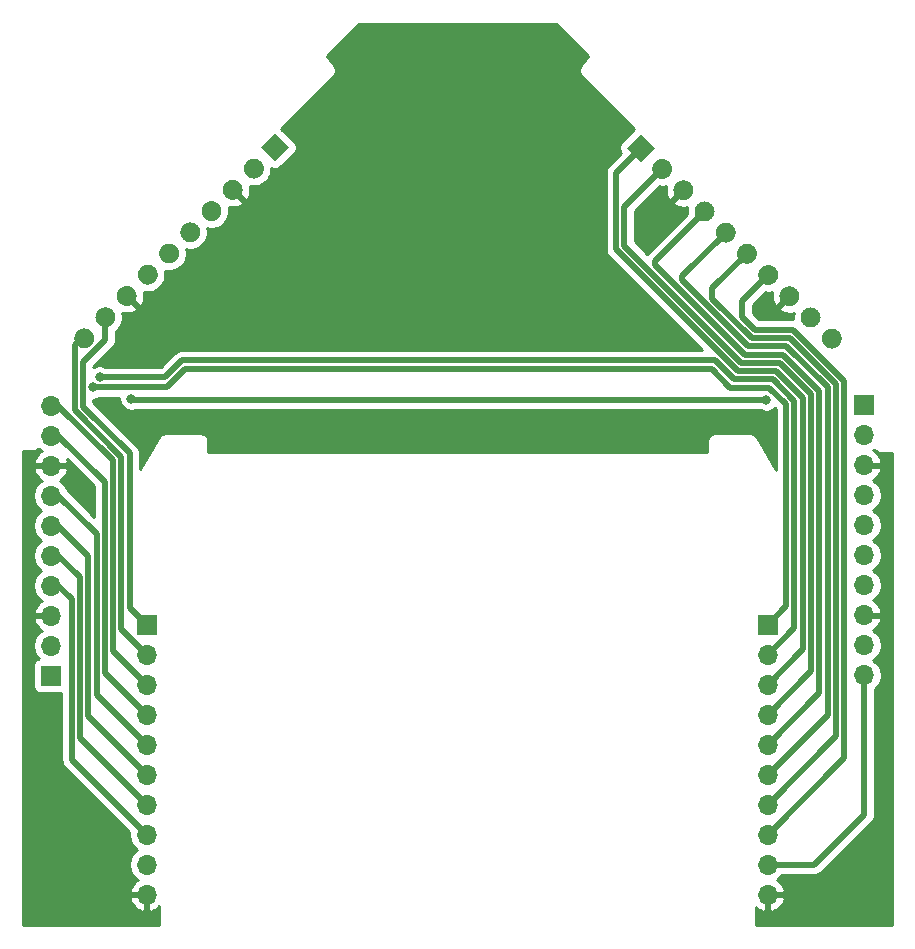
<source format=gbr>
%TF.GenerationSoftware,KiCad,Pcbnew,(5.1.8)-1*%
%TF.CreationDate,2021-12-10T09:03:27+01:00*%
%TF.ProjectId,FirePlaceFrontwall,46697265-506c-4616-9365-46726f6e7477,rev?*%
%TF.SameCoordinates,Original*%
%TF.FileFunction,Copper,L1,Top*%
%TF.FilePolarity,Positive*%
%FSLAX46Y46*%
G04 Gerber Fmt 4.6, Leading zero omitted, Abs format (unit mm)*
G04 Created by KiCad (PCBNEW (5.1.8)-1) date 2021-12-10 09:03:27*
%MOMM*%
%LPD*%
G01*
G04 APERTURE LIST*
%TA.AperFunction,ComponentPad*%
%ADD10C,0.100000*%
%TD*%
%TA.AperFunction,ComponentPad*%
%ADD11O,1.700000X1.700000*%
%TD*%
%TA.AperFunction,ComponentPad*%
%ADD12R,1.700000X1.700000*%
%TD*%
%TA.AperFunction,ViaPad*%
%ADD13C,0.800000*%
%TD*%
%TA.AperFunction,Conductor*%
%ADD14C,0.500000*%
%TD*%
%TA.AperFunction,Conductor*%
%ADD15C,0.254000*%
%TD*%
%TA.AperFunction,Conductor*%
%ADD16C,0.100000*%
%TD*%
G04 APERTURE END LIST*
%TO.P,K4,10*%
%TO.N,RUN*%
%TA.AperFunction,ComponentPad*%
G36*
G01*
X91194559Y-43450841D02*
X91194559Y-43450841D01*
G75*
G02*
X91194559Y-42248759I601041J601041D01*
G01*
X91194559Y-42248759D01*
G75*
G02*
X92396641Y-42248759I601041J-601041D01*
G01*
X92396641Y-42248759D01*
G75*
G02*
X92396641Y-43450841I-601041J-601041D01*
G01*
X92396641Y-43450841D01*
G75*
G02*
X91194559Y-43450841I-601041J601041D01*
G01*
G37*
%TD.AperFunction*%
%TO.P,K4,9*%
%TO.N,GPIO22*%
%TA.AperFunction,ComponentPad*%
G36*
G01*
X89398508Y-41654790D02*
X89398508Y-41654790D01*
G75*
G02*
X89398508Y-40452708I601041J601041D01*
G01*
X89398508Y-40452708D01*
G75*
G02*
X90600590Y-40452708I601041J-601041D01*
G01*
X90600590Y-40452708D01*
G75*
G02*
X90600590Y-41654790I-601041J-601041D01*
G01*
X90600590Y-41654790D01*
G75*
G02*
X89398508Y-41654790I-601041J601041D01*
G01*
G37*
%TD.AperFunction*%
%TO.P,K4,8*%
%TO.N,AGND*%
%TA.AperFunction,ComponentPad*%
G36*
G01*
X87602457Y-39858739D02*
X87602457Y-39858739D01*
G75*
G02*
X87602457Y-38656657I601041J601041D01*
G01*
X87602457Y-38656657D01*
G75*
G02*
X88804539Y-38656657I601041J-601041D01*
G01*
X88804539Y-38656657D01*
G75*
G02*
X88804539Y-39858739I-601041J-601041D01*
G01*
X88804539Y-39858739D01*
G75*
G02*
X87602457Y-39858739I-601041J601041D01*
G01*
G37*
%TD.AperFunction*%
%TO.P,K4,7*%
%TO.N,GPIO21*%
%TA.AperFunction,ComponentPad*%
G36*
G01*
X85806405Y-38062687D02*
X85806405Y-38062687D01*
G75*
G02*
X85806405Y-36860605I601041J601041D01*
G01*
X85806405Y-36860605D01*
G75*
G02*
X87008487Y-36860605I601041J-601041D01*
G01*
X87008487Y-36860605D01*
G75*
G02*
X87008487Y-38062687I-601041J-601041D01*
G01*
X87008487Y-38062687D01*
G75*
G02*
X85806405Y-38062687I-601041J601041D01*
G01*
G37*
%TD.AperFunction*%
%TO.P,K4,6*%
%TO.N,GPIO20*%
%TA.AperFunction,ComponentPad*%
G36*
G01*
X84010354Y-36266636D02*
X84010354Y-36266636D01*
G75*
G02*
X84010354Y-35064554I601041J601041D01*
G01*
X84010354Y-35064554D01*
G75*
G02*
X85212436Y-35064554I601041J-601041D01*
G01*
X85212436Y-35064554D01*
G75*
G02*
X85212436Y-36266636I-601041J-601041D01*
G01*
X85212436Y-36266636D01*
G75*
G02*
X84010354Y-36266636I-601041J601041D01*
G01*
G37*
%TD.AperFunction*%
%TO.P,K4,5*%
%TO.N,GPIO19*%
%TA.AperFunction,ComponentPad*%
G36*
G01*
X82214303Y-34470585D02*
X82214303Y-34470585D01*
G75*
G02*
X82214303Y-33268503I601041J601041D01*
G01*
X82214303Y-33268503D01*
G75*
G02*
X83416385Y-33268503I601041J-601041D01*
G01*
X83416385Y-33268503D01*
G75*
G02*
X83416385Y-34470585I-601041J-601041D01*
G01*
X83416385Y-34470585D01*
G75*
G02*
X82214303Y-34470585I-601041J601041D01*
G01*
G37*
%TD.AperFunction*%
%TO.P,K4,4*%
%TO.N,GPIO18*%
%TA.AperFunction,ComponentPad*%
G36*
G01*
X80418252Y-32674534D02*
X80418252Y-32674534D01*
G75*
G02*
X80418252Y-31472452I601041J601041D01*
G01*
X80418252Y-31472452D01*
G75*
G02*
X81620334Y-31472452I601041J-601041D01*
G01*
X81620334Y-31472452D01*
G75*
G02*
X81620334Y-32674534I-601041J-601041D01*
G01*
X81620334Y-32674534D01*
G75*
G02*
X80418252Y-32674534I-601041J601041D01*
G01*
G37*
%TD.AperFunction*%
%TO.P,K4,3*%
%TO.N,AGND*%
%TA.AperFunction,ComponentPad*%
G36*
G01*
X78622200Y-30878482D02*
X78622200Y-30878482D01*
G75*
G02*
X78622200Y-29676400I601041J601041D01*
G01*
X78622200Y-29676400D01*
G75*
G02*
X79824282Y-29676400I601041J-601041D01*
G01*
X79824282Y-29676400D01*
G75*
G02*
X79824282Y-30878482I-601041J-601041D01*
G01*
X79824282Y-30878482D01*
G75*
G02*
X78622200Y-30878482I-601041J601041D01*
G01*
G37*
%TD.AperFunction*%
%TO.P,K4,2*%
%TO.N,GPIO17*%
%TA.AperFunction,ComponentPad*%
G36*
G01*
X76826149Y-29082431D02*
X76826149Y-29082431D01*
G75*
G02*
X76826149Y-27880349I601041J601041D01*
G01*
X76826149Y-27880349D01*
G75*
G02*
X78028231Y-27880349I601041J-601041D01*
G01*
X78028231Y-27880349D01*
G75*
G02*
X78028231Y-29082431I-601041J-601041D01*
G01*
X78028231Y-29082431D01*
G75*
G02*
X76826149Y-29082431I-601041J601041D01*
G01*
G37*
%TD.AperFunction*%
%TA.AperFunction,ComponentPad*%
D10*
%TO.P,K4,1*%
%TO.N,GPIO16*%
G36*
X75631139Y-27887421D02*
G01*
X74429057Y-26685339D01*
X75631139Y-25483257D01*
X76833221Y-26685339D01*
X75631139Y-27887421D01*
G37*
%TD.AperFunction*%
%TD*%
D11*
%TO.P,K3,10*%
%TO.N,VBUS*%
X94538800Y-71348600D03*
%TO.P,K3,9*%
%TO.N,VSYS*%
X94538800Y-68808600D03*
%TO.P,K3,8*%
%TO.N,AGND*%
X94538800Y-66268600D03*
%TO.P,K3,7*%
%TO.N,3V3_EN*%
X94538800Y-63728600D03*
%TO.P,K3,6*%
%TO.N,3V3*%
X94538800Y-61188600D03*
%TO.P,K3,5*%
%TO.N,ADC_REF*%
X94538800Y-58648600D03*
%TO.P,K3,4*%
%TO.N,GPIO28_ADC2*%
X94538800Y-56108600D03*
%TO.P,K3,3*%
%TO.N,AGND*%
X94538800Y-53568600D03*
%TO.P,K3,2*%
%TO.N,GPIO27_ADC1*%
X94538800Y-51028600D03*
D12*
%TO.P,K3,1*%
%TO.N,GPIO26_ADC0*%
X94538800Y-48488600D03*
%TD*%
%TO.P,K2,10*%
%TO.N,C1*%
%TA.AperFunction,ComponentPad*%
G36*
G01*
X27897759Y-42223359D02*
X27897759Y-42223359D01*
G75*
G02*
X29099841Y-42223359I601041J-601041D01*
G01*
X29099841Y-42223359D01*
G75*
G02*
X29099841Y-43425441I-601041J-601041D01*
G01*
X29099841Y-43425441D01*
G75*
G02*
X27897759Y-43425441I-601041J601041D01*
G01*
X27897759Y-43425441D01*
G75*
G02*
X27897759Y-42223359I601041J601041D01*
G01*
G37*
%TD.AperFunction*%
%TO.P,K2,9*%
%TO.N,C0*%
%TA.AperFunction,ComponentPad*%
G36*
G01*
X29693810Y-40427308D02*
X29693810Y-40427308D01*
G75*
G02*
X30895892Y-40427308I601041J-601041D01*
G01*
X30895892Y-40427308D01*
G75*
G02*
X30895892Y-41629390I-601041J-601041D01*
G01*
X30895892Y-41629390D01*
G75*
G02*
X29693810Y-41629390I-601041J601041D01*
G01*
X29693810Y-41629390D01*
G75*
G02*
X29693810Y-40427308I601041J601041D01*
G01*
G37*
%TD.AperFunction*%
%TO.P,K2,8*%
%TO.N,AGND*%
%TA.AperFunction,ComponentPad*%
G36*
G01*
X31489861Y-38631257D02*
X31489861Y-38631257D01*
G75*
G02*
X32691943Y-38631257I601041J-601041D01*
G01*
X32691943Y-38631257D01*
G75*
G02*
X32691943Y-39833339I-601041J-601041D01*
G01*
X32691943Y-39833339D01*
G75*
G02*
X31489861Y-39833339I-601041J601041D01*
G01*
X31489861Y-39833339D01*
G75*
G02*
X31489861Y-38631257I601041J601041D01*
G01*
G37*
%TD.AperFunction*%
%TO.P,K2,7*%
%TO.N,GPIO13*%
%TA.AperFunction,ComponentPad*%
G36*
G01*
X33285913Y-36835205D02*
X33285913Y-36835205D01*
G75*
G02*
X34487995Y-36835205I601041J-601041D01*
G01*
X34487995Y-36835205D01*
G75*
G02*
X34487995Y-38037287I-601041J-601041D01*
G01*
X34487995Y-38037287D01*
G75*
G02*
X33285913Y-38037287I-601041J601041D01*
G01*
X33285913Y-38037287D01*
G75*
G02*
X33285913Y-36835205I601041J601041D01*
G01*
G37*
%TD.AperFunction*%
%TO.P,K2,6*%
%TO.N,GPIO12*%
%TA.AperFunction,ComponentPad*%
G36*
G01*
X35081964Y-35039154D02*
X35081964Y-35039154D01*
G75*
G02*
X36284046Y-35039154I601041J-601041D01*
G01*
X36284046Y-35039154D01*
G75*
G02*
X36284046Y-36241236I-601041J-601041D01*
G01*
X36284046Y-36241236D01*
G75*
G02*
X35081964Y-36241236I-601041J601041D01*
G01*
X35081964Y-36241236D01*
G75*
G02*
X35081964Y-35039154I601041J601041D01*
G01*
G37*
%TD.AperFunction*%
%TO.P,K2,5*%
%TO.N,GPIO11*%
%TA.AperFunction,ComponentPad*%
G36*
G01*
X36878015Y-33243103D02*
X36878015Y-33243103D01*
G75*
G02*
X38080097Y-33243103I601041J-601041D01*
G01*
X38080097Y-33243103D01*
G75*
G02*
X38080097Y-34445185I-601041J-601041D01*
G01*
X38080097Y-34445185D01*
G75*
G02*
X36878015Y-34445185I-601041J601041D01*
G01*
X36878015Y-34445185D01*
G75*
G02*
X36878015Y-33243103I601041J601041D01*
G01*
G37*
%TD.AperFunction*%
%TO.P,K2,4*%
%TO.N,GPIO10*%
%TA.AperFunction,ComponentPad*%
G36*
G01*
X38674066Y-31447052D02*
X38674066Y-31447052D01*
G75*
G02*
X39876148Y-31447052I601041J-601041D01*
G01*
X39876148Y-31447052D01*
G75*
G02*
X39876148Y-32649134I-601041J-601041D01*
G01*
X39876148Y-32649134D01*
G75*
G02*
X38674066Y-32649134I-601041J601041D01*
G01*
X38674066Y-32649134D01*
G75*
G02*
X38674066Y-31447052I601041J601041D01*
G01*
G37*
%TD.AperFunction*%
%TO.P,K2,3*%
%TO.N,AGND*%
%TA.AperFunction,ComponentPad*%
G36*
G01*
X40470118Y-29651000D02*
X40470118Y-29651000D01*
G75*
G02*
X41672200Y-29651000I601041J-601041D01*
G01*
X41672200Y-29651000D01*
G75*
G02*
X41672200Y-30853082I-601041J-601041D01*
G01*
X41672200Y-30853082D01*
G75*
G02*
X40470118Y-30853082I-601041J601041D01*
G01*
X40470118Y-30853082D01*
G75*
G02*
X40470118Y-29651000I601041J601041D01*
G01*
G37*
%TD.AperFunction*%
%TO.P,K2,2*%
%TO.N,GPIO9*%
%TA.AperFunction,ComponentPad*%
G36*
G01*
X42266169Y-27854949D02*
X42266169Y-27854949D01*
G75*
G02*
X43468251Y-27854949I601041J-601041D01*
G01*
X43468251Y-27854949D01*
G75*
G02*
X43468251Y-29057031I-601041J-601041D01*
G01*
X43468251Y-29057031D01*
G75*
G02*
X42266169Y-29057031I-601041J601041D01*
G01*
X42266169Y-29057031D01*
G75*
G02*
X42266169Y-27854949I601041J601041D01*
G01*
G37*
%TD.AperFunction*%
%TA.AperFunction,ComponentPad*%
D10*
%TO.P,K2,1*%
%TO.N,GPIO8*%
G36*
X43461179Y-26659939D02*
G01*
X44663261Y-25457857D01*
X45865343Y-26659939D01*
X44663261Y-27862021D01*
X43461179Y-26659939D01*
G37*
%TD.AperFunction*%
%TD*%
D11*
%TO.P,K1,10*%
%TO.N,C2*%
X25654000Y-48515000D03*
%TO.P,K1,9*%
%TO.N,C3*%
X25654000Y-51055000D03*
%TO.P,K1,8*%
%TO.N,AGND*%
X25654000Y-53595000D03*
%TO.P,K1,7*%
%TO.N,C4*%
X25654000Y-56135000D03*
%TO.P,K1,6*%
%TO.N,C5*%
X25654000Y-58675000D03*
%TO.P,K1,5*%
%TO.N,C6*%
X25654000Y-61215000D03*
%TO.P,K1,4*%
%TO.N,C7*%
X25654000Y-63755000D03*
%TO.P,K1,3*%
%TO.N,AGND*%
X25654000Y-66295000D03*
%TO.P,K1,2*%
%TO.N,GPIO1*%
X25654000Y-68835000D03*
D12*
%TO.P,K1,1*%
%TO.N,GPIO0*%
X25654000Y-71375000D03*
%TD*%
D11*
%TO.P,K6,10*%
%TO.N,AGND*%
X86360000Y-89916000D03*
%TO.P,K6,9*%
%TO.N,VBUS*%
X86360000Y-87376000D03*
%TO.P,K6,8*%
%TO.N,GPIO21*%
X86360000Y-84836000D03*
%TO.P,K6,7*%
%TO.N,GPIO20*%
X86360000Y-82296000D03*
%TO.P,K6,6*%
%TO.N,GPIO19*%
X86360000Y-79756000D03*
%TO.P,K6,5*%
%TO.N,GPIO18*%
X86360000Y-77216000D03*
%TO.P,K6,4*%
%TO.N,GPIO17*%
X86360000Y-74676000D03*
%TO.P,K6,3*%
%TO.N,GPIO16*%
X86360000Y-72136000D03*
%TO.P,K6,2*%
%TO.N,GPIO0*%
X86360000Y-69596000D03*
D12*
%TO.P,K6,1*%
%TO.N,GPIO1*%
X86360000Y-67056000D03*
%TD*%
D11*
%TO.P,K5,10*%
%TO.N,AGND*%
X33782000Y-89916000D03*
%TO.P,K5,9*%
%TO.N,VBUS*%
X33782000Y-87376000D03*
%TO.P,K5,8*%
%TO.N,C7*%
X33782000Y-84836000D03*
%TO.P,K5,7*%
%TO.N,C6*%
X33782000Y-82296000D03*
%TO.P,K5,6*%
%TO.N,C5*%
X33782000Y-79756000D03*
%TO.P,K5,5*%
%TO.N,C4*%
X33782000Y-77216000D03*
%TO.P,K5,4*%
%TO.N,C3*%
X33782000Y-74676000D03*
%TO.P,K5,3*%
%TO.N,C2*%
X33782000Y-72136000D03*
%TO.P,K5,2*%
%TO.N,C1*%
X33782000Y-69596000D03*
D12*
%TO.P,K5,1*%
%TO.N,C0*%
X33782000Y-67056000D03*
%TD*%
D13*
%TO.N,AGND*%
X39522400Y-52070000D03*
X41910000Y-52070000D03*
X43180000Y-52070000D03*
X44450000Y-52070000D03*
X45720000Y-52070000D03*
X46990000Y-52070000D03*
X40640000Y-52070000D03*
X48260000Y-52070000D03*
X49530000Y-52070000D03*
X50800000Y-52070000D03*
X52070000Y-52070000D03*
X53340000Y-52070000D03*
X54610000Y-52070000D03*
X55880000Y-52070000D03*
X57150000Y-52070000D03*
X58420000Y-52070000D03*
X59690000Y-52070000D03*
X60960000Y-52070000D03*
X62230000Y-52070000D03*
X63500000Y-52070000D03*
X64770000Y-52070000D03*
X66040000Y-52070000D03*
X67310000Y-52070000D03*
X68580000Y-52070000D03*
X69850000Y-52070000D03*
X71120000Y-52070000D03*
X72390000Y-52070000D03*
X73660000Y-52070000D03*
X74930000Y-52070000D03*
X76200000Y-52070000D03*
X77470000Y-52070000D03*
X78740000Y-52070000D03*
X80010000Y-52070000D03*
%TO.N,VBUS*%
X32486600Y-47929800D03*
X86258400Y-48006000D03*
%TO.N,GPIO1*%
X29236010Y-46976400D03*
%TO.N,GPIO0*%
X29806900Y-46126400D03*
%TD*%
D14*
%TO.N,C7*%
X27449301Y-64888901D02*
X27449301Y-78503301D01*
X27449301Y-78503301D02*
X33782000Y-84836000D01*
X26149300Y-63588900D02*
X27449301Y-64888901D01*
%TO.N,C6*%
X28149311Y-76663311D02*
X33782000Y-82296000D01*
X28149311Y-63048911D02*
X28149311Y-76663311D01*
X26149300Y-61048900D02*
X28149311Y-63048911D01*
%TO.N,C5*%
X28849321Y-61208921D02*
X28849321Y-74823321D01*
X28849321Y-74823321D02*
X33782000Y-79756000D01*
X26149300Y-58508900D02*
X28849321Y-61208921D01*
%TO.N,C4*%
X29549331Y-72983331D02*
X33782000Y-77216000D01*
X29549331Y-59368931D02*
X29549331Y-72983331D01*
X26149300Y-55968900D02*
X29549331Y-59368931D01*
%TO.N,C3*%
X30249341Y-71143341D02*
X33782000Y-74676000D01*
X30249341Y-54988941D02*
X30249341Y-71143341D01*
X26149300Y-50888900D02*
X30249341Y-54988941D01*
%TO.N,C2*%
X30949351Y-69303351D02*
X33782000Y-72136000D01*
X30949351Y-53148951D02*
X30949351Y-69303351D01*
X26149300Y-48348900D02*
X30949351Y-53148951D01*
%TO.N,C1*%
X31649361Y-52858999D02*
X31649361Y-67463361D01*
X27686000Y-48895638D02*
X31649361Y-52858999D01*
X27686000Y-43423025D02*
X27686000Y-48895638D01*
X31649361Y-67463361D02*
X33782000Y-69596000D01*
X28284625Y-42824400D02*
X27686000Y-43423025D01*
X28498800Y-42824400D02*
X28284625Y-42824400D01*
%TO.N,C0*%
X32349371Y-52569046D02*
X28386010Y-48605686D01*
X32349371Y-65623371D02*
X32349371Y-52569046D01*
X33782000Y-67056000D02*
X32349371Y-65623371D01*
X30294851Y-42952351D02*
X30294851Y-41028349D01*
X28386010Y-44861192D02*
X30294851Y-42952351D01*
X28386010Y-48605686D02*
X28386010Y-44861192D01*
%TO.N,AGND*%
X32246389Y-39852600D02*
X32294435Y-39852600D01*
%TO.N,VBUS*%
X86258400Y-48006000D02*
X32562800Y-48006000D01*
X32562800Y-48006000D02*
X32486600Y-47929800D01*
X94538800Y-71348600D02*
X94538800Y-83159600D01*
X90322400Y-87376000D02*
X86360000Y-87376000D01*
X94538800Y-83159600D02*
X90322400Y-87376000D01*
%TO.N,GPIO21*%
X92832399Y-78363601D02*
X86360000Y-84836000D01*
X92832399Y-46392256D02*
X88530073Y-42089930D01*
X92832399Y-48036001D02*
X92832399Y-46392256D01*
X92832399Y-78363601D02*
X92832399Y-48036001D01*
X88530073Y-42089930D02*
X85292140Y-42089930D01*
X85292140Y-42089930D02*
X84226400Y-41024190D01*
X84226400Y-39642692D02*
X86407446Y-37461646D01*
X84226400Y-41024190D02*
X84226400Y-39642692D01*
%TO.N,GPIO20*%
X86360000Y-82296000D02*
X92132389Y-76523611D01*
X92132389Y-76523611D02*
X92132389Y-63785989D01*
X92132389Y-63785989D02*
X92132389Y-62871111D01*
X81686400Y-38590590D02*
X84611395Y-35665595D01*
X81686400Y-39474152D02*
X81686400Y-38590590D01*
X85002188Y-42789940D02*
X81686400Y-39474152D01*
X92132389Y-46682209D02*
X88240120Y-42789940D01*
X88240120Y-42789940D02*
X85002188Y-42789940D01*
X92132389Y-63785989D02*
X92132389Y-46682209D01*
%TO.N,GPIO19*%
X91432379Y-74683621D02*
X86360000Y-79756000D01*
X91432379Y-63847979D02*
X91432379Y-74683621D01*
X91432379Y-61031121D02*
X91432379Y-63847979D01*
X79107343Y-37577545D02*
X82815344Y-33869544D01*
X79107343Y-37885057D02*
X79107343Y-37577545D01*
X84712236Y-43489950D02*
X79107343Y-37885057D01*
X87950167Y-43489950D02*
X84712236Y-43489950D01*
X91432379Y-46972162D02*
X87950167Y-43489950D01*
X91432379Y-63847979D02*
X91432379Y-46972162D01*
%TO.N,GPIO18*%
X86360000Y-77216000D02*
X90732369Y-72843631D01*
X90732369Y-72843631D02*
X90732369Y-59591969D01*
X90732369Y-59591969D02*
X90732369Y-59191131D01*
X76860400Y-36232386D02*
X81019293Y-32073493D01*
X76860400Y-36628076D02*
X76860400Y-36232386D01*
X84422284Y-44189960D02*
X76860400Y-36628076D01*
X87660214Y-44189960D02*
X84422284Y-44189960D01*
X90732369Y-47262115D02*
X87660214Y-44189960D01*
X90732369Y-59591969D02*
X90732369Y-47262115D01*
%TO.N,GPIO17*%
X74226342Y-31682238D02*
X77427190Y-28481390D01*
X84132332Y-44889970D02*
X74226342Y-34983980D01*
X87370261Y-44889970D02*
X84132332Y-44889970D01*
X90032359Y-47552068D02*
X87370261Y-44889970D01*
X90032359Y-71003641D02*
X90032359Y-47552068D01*
X74226342Y-34983980D02*
X74226342Y-31682238D01*
X86360000Y-74676000D02*
X90032359Y-71003641D01*
%TO.N,GPIO16*%
X73526332Y-28790146D02*
X75631139Y-26685339D01*
X73526332Y-35273932D02*
X73526332Y-28790146D01*
X83842380Y-45589980D02*
X73526332Y-35273932D01*
X87080308Y-45589980D02*
X83842380Y-45589980D01*
X89332349Y-69163651D02*
X89332349Y-47842021D01*
X89332349Y-47842021D02*
X87080308Y-45589980D01*
X86360000Y-72136000D02*
X89332349Y-69163651D01*
%TO.N,GPIO1*%
X35484700Y-46976400D02*
X29236010Y-46976400D01*
X37069790Y-45391310D02*
X35484700Y-46976400D01*
X81611710Y-45391310D02*
X37069790Y-45391310D01*
X86500402Y-46990000D02*
X83210400Y-46990000D01*
X87932329Y-48421927D02*
X86500402Y-46990000D01*
X83210400Y-46990000D02*
X81611710Y-45391310D01*
X87932329Y-65483671D02*
X87932329Y-48421927D01*
X86360000Y-67056000D02*
X87932329Y-65483671D01*
%TO.N,GPIO0*%
X36779838Y-44691300D02*
X35344739Y-46126399D01*
X35344739Y-46126399D02*
X29806900Y-46126400D01*
X81901662Y-44691300D02*
X36779838Y-44691300D01*
X86790355Y-46289990D02*
X83500352Y-46289990D01*
X88632339Y-48131974D02*
X86790355Y-46289990D01*
X83500352Y-46289990D02*
X81901662Y-44691300D01*
X88632339Y-67323661D02*
X88632339Y-48131974D01*
X86360000Y-69596000D02*
X88632339Y-67323661D01*
%TD*%
D15*
%TO.N,AGND*%
X24707368Y-52208475D02*
X24889534Y-52330195D01*
X24772645Y-52399822D01*
X24556412Y-52594731D01*
X24382359Y-52828080D01*
X24257175Y-53090901D01*
X24212524Y-53238110D01*
X24333845Y-53468000D01*
X25527000Y-53468000D01*
X25527000Y-53448000D01*
X25781000Y-53448000D01*
X25781000Y-53468000D01*
X26974155Y-53468000D01*
X27095476Y-53238110D01*
X27050825Y-53090901D01*
X27006351Y-52997530D01*
X29364341Y-55355520D01*
X29364341Y-57932362D01*
X27045242Y-55613264D01*
X26969990Y-55431589D01*
X26807475Y-55188368D01*
X26600632Y-54981525D01*
X26418466Y-54859805D01*
X26535355Y-54790178D01*
X26751588Y-54595269D01*
X26925641Y-54361920D01*
X27050825Y-54099099D01*
X27095476Y-53951890D01*
X26974155Y-53722000D01*
X25781000Y-53722000D01*
X25781000Y-53742000D01*
X25527000Y-53742000D01*
X25527000Y-53722000D01*
X24333845Y-53722000D01*
X24212524Y-53951890D01*
X24257175Y-54099099D01*
X24382359Y-54361920D01*
X24556412Y-54595269D01*
X24772645Y-54790178D01*
X24889534Y-54859805D01*
X24707368Y-54981525D01*
X24500525Y-55188368D01*
X24338010Y-55431589D01*
X24226068Y-55701842D01*
X24169000Y-55988740D01*
X24169000Y-56281260D01*
X24226068Y-56568158D01*
X24338010Y-56838411D01*
X24500525Y-57081632D01*
X24707368Y-57288475D01*
X24881760Y-57405000D01*
X24707368Y-57521525D01*
X24500525Y-57728368D01*
X24338010Y-57971589D01*
X24226068Y-58241842D01*
X24169000Y-58528740D01*
X24169000Y-58821260D01*
X24226068Y-59108158D01*
X24338010Y-59378411D01*
X24500525Y-59621632D01*
X24707368Y-59828475D01*
X24881760Y-59945000D01*
X24707368Y-60061525D01*
X24500525Y-60268368D01*
X24338010Y-60511589D01*
X24226068Y-60781842D01*
X24169000Y-61068740D01*
X24169000Y-61361260D01*
X24226068Y-61648158D01*
X24338010Y-61918411D01*
X24500525Y-62161632D01*
X24707368Y-62368475D01*
X24881760Y-62485000D01*
X24707368Y-62601525D01*
X24500525Y-62808368D01*
X24338010Y-63051589D01*
X24226068Y-63321842D01*
X24169000Y-63608740D01*
X24169000Y-63901260D01*
X24226068Y-64188158D01*
X24338010Y-64458411D01*
X24500525Y-64701632D01*
X24707368Y-64908475D01*
X24889534Y-65030195D01*
X24772645Y-65099822D01*
X24556412Y-65294731D01*
X24382359Y-65528080D01*
X24257175Y-65790901D01*
X24212524Y-65938110D01*
X24333845Y-66168000D01*
X25527000Y-66168000D01*
X25527000Y-66148000D01*
X25781000Y-66148000D01*
X25781000Y-66168000D01*
X25801000Y-66168000D01*
X25801000Y-66422000D01*
X25781000Y-66422000D01*
X25781000Y-66442000D01*
X25527000Y-66442000D01*
X25527000Y-66422000D01*
X24333845Y-66422000D01*
X24212524Y-66651890D01*
X24257175Y-66799099D01*
X24382359Y-67061920D01*
X24556412Y-67295269D01*
X24772645Y-67490178D01*
X24889534Y-67559805D01*
X24707368Y-67681525D01*
X24500525Y-67888368D01*
X24338010Y-68131589D01*
X24226068Y-68401842D01*
X24169000Y-68688740D01*
X24169000Y-68981260D01*
X24226068Y-69268158D01*
X24338010Y-69538411D01*
X24500525Y-69781632D01*
X24632380Y-69913487D01*
X24559820Y-69935498D01*
X24449506Y-69994463D01*
X24352815Y-70073815D01*
X24273463Y-70170506D01*
X24214498Y-70280820D01*
X24178188Y-70400518D01*
X24165928Y-70525000D01*
X24165928Y-72225000D01*
X24178188Y-72349482D01*
X24214498Y-72469180D01*
X24273463Y-72579494D01*
X24352815Y-72676185D01*
X24449506Y-72755537D01*
X24559820Y-72814502D01*
X24679518Y-72850812D01*
X24804000Y-72863072D01*
X26504000Y-72863072D01*
X26564302Y-72857133D01*
X26564302Y-78459822D01*
X26560020Y-78503301D01*
X26577106Y-78676791D01*
X26627713Y-78843614D01*
X26709891Y-78997360D01*
X26792769Y-79098347D01*
X26792772Y-79098350D01*
X26820485Y-79132118D01*
X26854253Y-79159831D01*
X32311461Y-84617040D01*
X32297000Y-84689740D01*
X32297000Y-84982260D01*
X32354068Y-85269158D01*
X32466010Y-85539411D01*
X32628525Y-85782632D01*
X32835368Y-85989475D01*
X33009760Y-86106000D01*
X32835368Y-86222525D01*
X32628525Y-86429368D01*
X32466010Y-86672589D01*
X32354068Y-86942842D01*
X32297000Y-87229740D01*
X32297000Y-87522260D01*
X32354068Y-87809158D01*
X32466010Y-88079411D01*
X32628525Y-88322632D01*
X32835368Y-88529475D01*
X33017534Y-88651195D01*
X32900645Y-88720822D01*
X32684412Y-88915731D01*
X32510359Y-89149080D01*
X32385175Y-89411901D01*
X32340524Y-89559110D01*
X32461845Y-89789000D01*
X33655000Y-89789000D01*
X33655000Y-89769000D01*
X33909000Y-89769000D01*
X33909000Y-89789000D01*
X33929000Y-89789000D01*
X33929000Y-90043000D01*
X33909000Y-90043000D01*
X33909000Y-91236814D01*
X34138891Y-91357481D01*
X34413252Y-91260157D01*
X34663355Y-91111178D01*
X34871093Y-90923927D01*
X34871006Y-91581840D01*
X34871000Y-91581896D01*
X34871000Y-91623610D01*
X34870996Y-91654007D01*
X34871000Y-91654048D01*
X34871001Y-92483000D01*
X23341000Y-92483000D01*
X23341000Y-90272890D01*
X32340524Y-90272890D01*
X32385175Y-90420099D01*
X32510359Y-90682920D01*
X32684412Y-90916269D01*
X32900645Y-91111178D01*
X33150748Y-91260157D01*
X33425109Y-91357481D01*
X33655000Y-91236814D01*
X33655000Y-90043000D01*
X32461845Y-90043000D01*
X32340524Y-90272890D01*
X23341000Y-90272890D01*
X23341000Y-52353000D01*
X24169895Y-52353000D01*
X24206000Y-52356556D01*
X24242105Y-52353000D01*
X24350085Y-52342365D01*
X24488633Y-52300337D01*
X24616320Y-52232087D01*
X24679296Y-52180403D01*
X24707368Y-52208475D01*
%TA.AperFunction,Conductor*%
D16*
G36*
X24707368Y-52208475D02*
G01*
X24889534Y-52330195D01*
X24772645Y-52399822D01*
X24556412Y-52594731D01*
X24382359Y-52828080D01*
X24257175Y-53090901D01*
X24212524Y-53238110D01*
X24333845Y-53468000D01*
X25527000Y-53468000D01*
X25527000Y-53448000D01*
X25781000Y-53448000D01*
X25781000Y-53468000D01*
X26974155Y-53468000D01*
X27095476Y-53238110D01*
X27050825Y-53090901D01*
X27006351Y-52997530D01*
X29364341Y-55355520D01*
X29364341Y-57932362D01*
X27045242Y-55613264D01*
X26969990Y-55431589D01*
X26807475Y-55188368D01*
X26600632Y-54981525D01*
X26418466Y-54859805D01*
X26535355Y-54790178D01*
X26751588Y-54595269D01*
X26925641Y-54361920D01*
X27050825Y-54099099D01*
X27095476Y-53951890D01*
X26974155Y-53722000D01*
X25781000Y-53722000D01*
X25781000Y-53742000D01*
X25527000Y-53742000D01*
X25527000Y-53722000D01*
X24333845Y-53722000D01*
X24212524Y-53951890D01*
X24257175Y-54099099D01*
X24382359Y-54361920D01*
X24556412Y-54595269D01*
X24772645Y-54790178D01*
X24889534Y-54859805D01*
X24707368Y-54981525D01*
X24500525Y-55188368D01*
X24338010Y-55431589D01*
X24226068Y-55701842D01*
X24169000Y-55988740D01*
X24169000Y-56281260D01*
X24226068Y-56568158D01*
X24338010Y-56838411D01*
X24500525Y-57081632D01*
X24707368Y-57288475D01*
X24881760Y-57405000D01*
X24707368Y-57521525D01*
X24500525Y-57728368D01*
X24338010Y-57971589D01*
X24226068Y-58241842D01*
X24169000Y-58528740D01*
X24169000Y-58821260D01*
X24226068Y-59108158D01*
X24338010Y-59378411D01*
X24500525Y-59621632D01*
X24707368Y-59828475D01*
X24881760Y-59945000D01*
X24707368Y-60061525D01*
X24500525Y-60268368D01*
X24338010Y-60511589D01*
X24226068Y-60781842D01*
X24169000Y-61068740D01*
X24169000Y-61361260D01*
X24226068Y-61648158D01*
X24338010Y-61918411D01*
X24500525Y-62161632D01*
X24707368Y-62368475D01*
X24881760Y-62485000D01*
X24707368Y-62601525D01*
X24500525Y-62808368D01*
X24338010Y-63051589D01*
X24226068Y-63321842D01*
X24169000Y-63608740D01*
X24169000Y-63901260D01*
X24226068Y-64188158D01*
X24338010Y-64458411D01*
X24500525Y-64701632D01*
X24707368Y-64908475D01*
X24889534Y-65030195D01*
X24772645Y-65099822D01*
X24556412Y-65294731D01*
X24382359Y-65528080D01*
X24257175Y-65790901D01*
X24212524Y-65938110D01*
X24333845Y-66168000D01*
X25527000Y-66168000D01*
X25527000Y-66148000D01*
X25781000Y-66148000D01*
X25781000Y-66168000D01*
X25801000Y-66168000D01*
X25801000Y-66422000D01*
X25781000Y-66422000D01*
X25781000Y-66442000D01*
X25527000Y-66442000D01*
X25527000Y-66422000D01*
X24333845Y-66422000D01*
X24212524Y-66651890D01*
X24257175Y-66799099D01*
X24382359Y-67061920D01*
X24556412Y-67295269D01*
X24772645Y-67490178D01*
X24889534Y-67559805D01*
X24707368Y-67681525D01*
X24500525Y-67888368D01*
X24338010Y-68131589D01*
X24226068Y-68401842D01*
X24169000Y-68688740D01*
X24169000Y-68981260D01*
X24226068Y-69268158D01*
X24338010Y-69538411D01*
X24500525Y-69781632D01*
X24632380Y-69913487D01*
X24559820Y-69935498D01*
X24449506Y-69994463D01*
X24352815Y-70073815D01*
X24273463Y-70170506D01*
X24214498Y-70280820D01*
X24178188Y-70400518D01*
X24165928Y-70525000D01*
X24165928Y-72225000D01*
X24178188Y-72349482D01*
X24214498Y-72469180D01*
X24273463Y-72579494D01*
X24352815Y-72676185D01*
X24449506Y-72755537D01*
X24559820Y-72814502D01*
X24679518Y-72850812D01*
X24804000Y-72863072D01*
X26504000Y-72863072D01*
X26564302Y-72857133D01*
X26564302Y-78459822D01*
X26560020Y-78503301D01*
X26577106Y-78676791D01*
X26627713Y-78843614D01*
X26709891Y-78997360D01*
X26792769Y-79098347D01*
X26792772Y-79098350D01*
X26820485Y-79132118D01*
X26854253Y-79159831D01*
X32311461Y-84617040D01*
X32297000Y-84689740D01*
X32297000Y-84982260D01*
X32354068Y-85269158D01*
X32466010Y-85539411D01*
X32628525Y-85782632D01*
X32835368Y-85989475D01*
X33009760Y-86106000D01*
X32835368Y-86222525D01*
X32628525Y-86429368D01*
X32466010Y-86672589D01*
X32354068Y-86942842D01*
X32297000Y-87229740D01*
X32297000Y-87522260D01*
X32354068Y-87809158D01*
X32466010Y-88079411D01*
X32628525Y-88322632D01*
X32835368Y-88529475D01*
X33017534Y-88651195D01*
X32900645Y-88720822D01*
X32684412Y-88915731D01*
X32510359Y-89149080D01*
X32385175Y-89411901D01*
X32340524Y-89559110D01*
X32461845Y-89789000D01*
X33655000Y-89789000D01*
X33655000Y-89769000D01*
X33909000Y-89769000D01*
X33909000Y-89789000D01*
X33929000Y-89789000D01*
X33929000Y-90043000D01*
X33909000Y-90043000D01*
X33909000Y-91236814D01*
X34138891Y-91357481D01*
X34413252Y-91260157D01*
X34663355Y-91111178D01*
X34871093Y-90923927D01*
X34871006Y-91581840D01*
X34871000Y-91581896D01*
X34871000Y-91623610D01*
X34870996Y-91654007D01*
X34871000Y-91654048D01*
X34871001Y-92483000D01*
X23341000Y-92483000D01*
X23341000Y-90272890D01*
X32340524Y-90272890D01*
X32385175Y-90420099D01*
X32510359Y-90682920D01*
X32684412Y-90916269D01*
X32900645Y-91111178D01*
X33150748Y-91260157D01*
X33425109Y-91357481D01*
X33655000Y-91236814D01*
X33655000Y-90043000D01*
X32461845Y-90043000D01*
X32340524Y-90272890D01*
X23341000Y-90272890D01*
X23341000Y-52353000D01*
X24169895Y-52353000D01*
X24206000Y-52356556D01*
X24242105Y-52353000D01*
X24350085Y-52342365D01*
X24488633Y-52300337D01*
X24616320Y-52232087D01*
X24679296Y-52180403D01*
X24707368Y-52208475D01*
G37*
%TD.AperFunction*%
D15*
X95445171Y-52283903D02*
X95489515Y-52337989D01*
X95489646Y-52338097D01*
X95489762Y-52338238D01*
X95546987Y-52385202D01*
X95601389Y-52429892D01*
X95601542Y-52429974D01*
X95601680Y-52430087D01*
X95666715Y-52464849D01*
X95729044Y-52498202D01*
X95729207Y-52498252D01*
X95729367Y-52498337D01*
X95800203Y-52519825D01*
X95867572Y-52540296D01*
X95867743Y-52540313D01*
X95867915Y-52540365D01*
X95941440Y-52547607D01*
X96011650Y-52554555D01*
X96047923Y-52551000D01*
X96872100Y-52551000D01*
X96870999Y-91654084D01*
X96871001Y-91654104D01*
X96871000Y-92483000D01*
X85341000Y-92483000D01*
X85341000Y-91618131D01*
X85341466Y-90987527D01*
X85478645Y-91111178D01*
X85728748Y-91260157D01*
X86003109Y-91357481D01*
X86233000Y-91236814D01*
X86233000Y-90043000D01*
X86487000Y-90043000D01*
X86487000Y-91236814D01*
X86716891Y-91357481D01*
X86991252Y-91260157D01*
X87241355Y-91111178D01*
X87457588Y-90916269D01*
X87631641Y-90682920D01*
X87756825Y-90420099D01*
X87801476Y-90272890D01*
X87680155Y-90043000D01*
X86487000Y-90043000D01*
X86233000Y-90043000D01*
X86213000Y-90043000D01*
X86213000Y-89789000D01*
X86233000Y-89789000D01*
X86233000Y-89769000D01*
X86487000Y-89769000D01*
X86487000Y-89789000D01*
X87680155Y-89789000D01*
X87801476Y-89559110D01*
X87756825Y-89411901D01*
X87631641Y-89149080D01*
X87457588Y-88915731D01*
X87241355Y-88720822D01*
X87124466Y-88651195D01*
X87306632Y-88529475D01*
X87513475Y-88322632D01*
X87554656Y-88261000D01*
X90278931Y-88261000D01*
X90322400Y-88265281D01*
X90365869Y-88261000D01*
X90365877Y-88261000D01*
X90495890Y-88248195D01*
X90662713Y-88197589D01*
X90816459Y-88115411D01*
X90951217Y-88004817D01*
X90978934Y-87971044D01*
X95133849Y-83816130D01*
X95167617Y-83788417D01*
X95278211Y-83653659D01*
X95360389Y-83499913D01*
X95410995Y-83333090D01*
X95423800Y-83203077D01*
X95423800Y-83203067D01*
X95428081Y-83159601D01*
X95423800Y-83116134D01*
X95423800Y-72543256D01*
X95485432Y-72502075D01*
X95692275Y-72295232D01*
X95854790Y-72052011D01*
X95966732Y-71781758D01*
X96023800Y-71494860D01*
X96023800Y-71202340D01*
X95966732Y-70915442D01*
X95854790Y-70645189D01*
X95692275Y-70401968D01*
X95485432Y-70195125D01*
X95311040Y-70078600D01*
X95485432Y-69962075D01*
X95692275Y-69755232D01*
X95854790Y-69512011D01*
X95966732Y-69241758D01*
X96023800Y-68954860D01*
X96023800Y-68662340D01*
X95966732Y-68375442D01*
X95854790Y-68105189D01*
X95692275Y-67861968D01*
X95485432Y-67655125D01*
X95303266Y-67533405D01*
X95420155Y-67463778D01*
X95636388Y-67268869D01*
X95810441Y-67035520D01*
X95935625Y-66772699D01*
X95980276Y-66625490D01*
X95858955Y-66395600D01*
X94665800Y-66395600D01*
X94665800Y-66415600D01*
X94411800Y-66415600D01*
X94411800Y-66395600D01*
X94391800Y-66395600D01*
X94391800Y-66141600D01*
X94411800Y-66141600D01*
X94411800Y-66121600D01*
X94665800Y-66121600D01*
X94665800Y-66141600D01*
X95858955Y-66141600D01*
X95980276Y-65911710D01*
X95935625Y-65764501D01*
X95810441Y-65501680D01*
X95636388Y-65268331D01*
X95420155Y-65073422D01*
X95303266Y-65003795D01*
X95485432Y-64882075D01*
X95692275Y-64675232D01*
X95854790Y-64432011D01*
X95966732Y-64161758D01*
X96023800Y-63874860D01*
X96023800Y-63582340D01*
X95966732Y-63295442D01*
X95854790Y-63025189D01*
X95692275Y-62781968D01*
X95485432Y-62575125D01*
X95311040Y-62458600D01*
X95485432Y-62342075D01*
X95692275Y-62135232D01*
X95854790Y-61892011D01*
X95966732Y-61621758D01*
X96023800Y-61334860D01*
X96023800Y-61042340D01*
X95966732Y-60755442D01*
X95854790Y-60485189D01*
X95692275Y-60241968D01*
X95485432Y-60035125D01*
X95311040Y-59918600D01*
X95485432Y-59802075D01*
X95692275Y-59595232D01*
X95854790Y-59352011D01*
X95966732Y-59081758D01*
X96023800Y-58794860D01*
X96023800Y-58502340D01*
X95966732Y-58215442D01*
X95854790Y-57945189D01*
X95692275Y-57701968D01*
X95485432Y-57495125D01*
X95311040Y-57378600D01*
X95485432Y-57262075D01*
X95692275Y-57055232D01*
X95854790Y-56812011D01*
X95966732Y-56541758D01*
X96023800Y-56254860D01*
X96023800Y-55962340D01*
X95966732Y-55675442D01*
X95854790Y-55405189D01*
X95692275Y-55161968D01*
X95485432Y-54955125D01*
X95303266Y-54833405D01*
X95420155Y-54763778D01*
X95636388Y-54568869D01*
X95810441Y-54335520D01*
X95935625Y-54072699D01*
X95980276Y-53925490D01*
X95858955Y-53695600D01*
X94665800Y-53695600D01*
X94665800Y-53715600D01*
X94411800Y-53715600D01*
X94411800Y-53695600D01*
X94391800Y-53695600D01*
X94391800Y-53441600D01*
X94411800Y-53441600D01*
X94411800Y-53421600D01*
X94665800Y-53421600D01*
X94665800Y-53441600D01*
X95858955Y-53441600D01*
X95980276Y-53211710D01*
X95935625Y-53064501D01*
X95810441Y-52801680D01*
X95636388Y-52568331D01*
X95420155Y-52373422D01*
X95303266Y-52303795D01*
X95405457Y-52235512D01*
X95445171Y-52283903D01*
%TA.AperFunction,Conductor*%
D16*
G36*
X95445171Y-52283903D02*
G01*
X95489515Y-52337989D01*
X95489646Y-52338097D01*
X95489762Y-52338238D01*
X95546987Y-52385202D01*
X95601389Y-52429892D01*
X95601542Y-52429974D01*
X95601680Y-52430087D01*
X95666715Y-52464849D01*
X95729044Y-52498202D01*
X95729207Y-52498252D01*
X95729367Y-52498337D01*
X95800203Y-52519825D01*
X95867572Y-52540296D01*
X95867743Y-52540313D01*
X95867915Y-52540365D01*
X95941440Y-52547607D01*
X96011650Y-52554555D01*
X96047923Y-52551000D01*
X96872100Y-52551000D01*
X96870999Y-91654084D01*
X96871001Y-91654104D01*
X96871000Y-92483000D01*
X85341000Y-92483000D01*
X85341000Y-91618131D01*
X85341466Y-90987527D01*
X85478645Y-91111178D01*
X85728748Y-91260157D01*
X86003109Y-91357481D01*
X86233000Y-91236814D01*
X86233000Y-90043000D01*
X86487000Y-90043000D01*
X86487000Y-91236814D01*
X86716891Y-91357481D01*
X86991252Y-91260157D01*
X87241355Y-91111178D01*
X87457588Y-90916269D01*
X87631641Y-90682920D01*
X87756825Y-90420099D01*
X87801476Y-90272890D01*
X87680155Y-90043000D01*
X86487000Y-90043000D01*
X86233000Y-90043000D01*
X86213000Y-90043000D01*
X86213000Y-89789000D01*
X86233000Y-89789000D01*
X86233000Y-89769000D01*
X86487000Y-89769000D01*
X86487000Y-89789000D01*
X87680155Y-89789000D01*
X87801476Y-89559110D01*
X87756825Y-89411901D01*
X87631641Y-89149080D01*
X87457588Y-88915731D01*
X87241355Y-88720822D01*
X87124466Y-88651195D01*
X87306632Y-88529475D01*
X87513475Y-88322632D01*
X87554656Y-88261000D01*
X90278931Y-88261000D01*
X90322400Y-88265281D01*
X90365869Y-88261000D01*
X90365877Y-88261000D01*
X90495890Y-88248195D01*
X90662713Y-88197589D01*
X90816459Y-88115411D01*
X90951217Y-88004817D01*
X90978934Y-87971044D01*
X95133849Y-83816130D01*
X95167617Y-83788417D01*
X95278211Y-83653659D01*
X95360389Y-83499913D01*
X95410995Y-83333090D01*
X95423800Y-83203077D01*
X95423800Y-83203067D01*
X95428081Y-83159601D01*
X95423800Y-83116134D01*
X95423800Y-72543256D01*
X95485432Y-72502075D01*
X95692275Y-72295232D01*
X95854790Y-72052011D01*
X95966732Y-71781758D01*
X96023800Y-71494860D01*
X96023800Y-71202340D01*
X95966732Y-70915442D01*
X95854790Y-70645189D01*
X95692275Y-70401968D01*
X95485432Y-70195125D01*
X95311040Y-70078600D01*
X95485432Y-69962075D01*
X95692275Y-69755232D01*
X95854790Y-69512011D01*
X95966732Y-69241758D01*
X96023800Y-68954860D01*
X96023800Y-68662340D01*
X95966732Y-68375442D01*
X95854790Y-68105189D01*
X95692275Y-67861968D01*
X95485432Y-67655125D01*
X95303266Y-67533405D01*
X95420155Y-67463778D01*
X95636388Y-67268869D01*
X95810441Y-67035520D01*
X95935625Y-66772699D01*
X95980276Y-66625490D01*
X95858955Y-66395600D01*
X94665800Y-66395600D01*
X94665800Y-66415600D01*
X94411800Y-66415600D01*
X94411800Y-66395600D01*
X94391800Y-66395600D01*
X94391800Y-66141600D01*
X94411800Y-66141600D01*
X94411800Y-66121600D01*
X94665800Y-66121600D01*
X94665800Y-66141600D01*
X95858955Y-66141600D01*
X95980276Y-65911710D01*
X95935625Y-65764501D01*
X95810441Y-65501680D01*
X95636388Y-65268331D01*
X95420155Y-65073422D01*
X95303266Y-65003795D01*
X95485432Y-64882075D01*
X95692275Y-64675232D01*
X95854790Y-64432011D01*
X95966732Y-64161758D01*
X96023800Y-63874860D01*
X96023800Y-63582340D01*
X95966732Y-63295442D01*
X95854790Y-63025189D01*
X95692275Y-62781968D01*
X95485432Y-62575125D01*
X95311040Y-62458600D01*
X95485432Y-62342075D01*
X95692275Y-62135232D01*
X95854790Y-61892011D01*
X95966732Y-61621758D01*
X96023800Y-61334860D01*
X96023800Y-61042340D01*
X95966732Y-60755442D01*
X95854790Y-60485189D01*
X95692275Y-60241968D01*
X95485432Y-60035125D01*
X95311040Y-59918600D01*
X95485432Y-59802075D01*
X95692275Y-59595232D01*
X95854790Y-59352011D01*
X95966732Y-59081758D01*
X96023800Y-58794860D01*
X96023800Y-58502340D01*
X95966732Y-58215442D01*
X95854790Y-57945189D01*
X95692275Y-57701968D01*
X95485432Y-57495125D01*
X95311040Y-57378600D01*
X95485432Y-57262075D01*
X95692275Y-57055232D01*
X95854790Y-56812011D01*
X95966732Y-56541758D01*
X96023800Y-56254860D01*
X96023800Y-55962340D01*
X95966732Y-55675442D01*
X95854790Y-55405189D01*
X95692275Y-55161968D01*
X95485432Y-54955125D01*
X95303266Y-54833405D01*
X95420155Y-54763778D01*
X95636388Y-54568869D01*
X95810441Y-54335520D01*
X95935625Y-54072699D01*
X95980276Y-53925490D01*
X95858955Y-53695600D01*
X94665800Y-53695600D01*
X94665800Y-53715600D01*
X94411800Y-53715600D01*
X94411800Y-53695600D01*
X94391800Y-53695600D01*
X94391800Y-53441600D01*
X94411800Y-53441600D01*
X94411800Y-53421600D01*
X94665800Y-53421600D01*
X94665800Y-53441600D01*
X95858955Y-53441600D01*
X95980276Y-53211710D01*
X95935625Y-53064501D01*
X95810441Y-52801680D01*
X95636388Y-52568331D01*
X95420155Y-52373422D01*
X95303266Y-52303795D01*
X95405457Y-52235512D01*
X95445171Y-52283903D01*
G37*
%TD.AperFunction*%
D15*
X31451600Y-48031739D02*
X31491374Y-48231698D01*
X31569395Y-48420056D01*
X31682663Y-48589574D01*
X31826826Y-48733737D01*
X31996344Y-48847005D01*
X32184702Y-48925026D01*
X32384661Y-48964800D01*
X32588539Y-48964800D01*
X32788498Y-48925026D01*
X32870643Y-48891000D01*
X85719946Y-48891000D01*
X85768144Y-48923205D01*
X85956502Y-49001226D01*
X86156461Y-49041000D01*
X86360339Y-49041000D01*
X86560298Y-49001226D01*
X86748656Y-48923205D01*
X86918174Y-48809937D01*
X86993467Y-48734644D01*
X87047330Y-48788507D01*
X87047330Y-53965376D01*
X85426537Y-51202662D01*
X85399287Y-51151680D01*
X85366996Y-51112334D01*
X85337073Y-51071184D01*
X85321174Y-51056499D01*
X85307438Y-51039762D01*
X85268093Y-51007472D01*
X85230716Y-50972950D01*
X85212257Y-50961649D01*
X85195520Y-50947913D01*
X85150632Y-50923920D01*
X85107237Y-50897352D01*
X85086926Y-50889869D01*
X85067833Y-50879663D01*
X85019128Y-50864889D01*
X84971383Y-50847297D01*
X84950003Y-50843920D01*
X84929285Y-50837635D01*
X84878637Y-50832647D01*
X84828374Y-50824707D01*
X84770623Y-50827000D01*
X82001905Y-50827000D01*
X81965800Y-50823444D01*
X81929695Y-50827000D01*
X81821715Y-50837635D01*
X81683167Y-50879663D01*
X81555480Y-50947913D01*
X81443562Y-51039762D01*
X81351713Y-51151680D01*
X81283463Y-51279367D01*
X81241435Y-51417915D01*
X81227244Y-51562000D01*
X81230800Y-51598105D01*
X81230801Y-52478000D01*
X39012800Y-52478000D01*
X39012800Y-51598105D01*
X39016356Y-51562000D01*
X39002165Y-51417915D01*
X38960137Y-51279367D01*
X38891887Y-51151680D01*
X38800038Y-51039762D01*
X38688120Y-50947913D01*
X38560433Y-50879663D01*
X38421885Y-50837635D01*
X38313905Y-50827000D01*
X38277800Y-50823444D01*
X38241695Y-50827000D01*
X35472977Y-50827000D01*
X35415225Y-50824707D01*
X35364960Y-50832647D01*
X35314315Y-50837635D01*
X35293598Y-50843919D01*
X35272216Y-50847297D01*
X35224466Y-50864890D01*
X35175767Y-50879663D01*
X35156676Y-50889867D01*
X35136362Y-50897352D01*
X35092960Y-50923924D01*
X35048080Y-50947913D01*
X35031346Y-50961646D01*
X35012883Y-50972950D01*
X34975498Y-51007479D01*
X34936162Y-51039762D01*
X34922429Y-51056495D01*
X34906526Y-51071184D01*
X34876595Y-51112345D01*
X34844313Y-51151680D01*
X34817073Y-51202643D01*
X33234371Y-53900432D01*
X33234371Y-52612511D01*
X33238652Y-52569045D01*
X33234371Y-52525579D01*
X33234371Y-52525569D01*
X33221566Y-52395556D01*
X33170960Y-52228733D01*
X33088782Y-52074987D01*
X33028581Y-52001632D01*
X33005903Y-51973999D01*
X33005901Y-51973997D01*
X32978188Y-51940229D01*
X32944420Y-51912516D01*
X29271010Y-48239108D01*
X29271010Y-48011400D01*
X29337949Y-48011400D01*
X29537908Y-47971626D01*
X29726266Y-47893605D01*
X29774464Y-47861400D01*
X31451600Y-47861400D01*
X31451600Y-48031739D01*
%TA.AperFunction,Conductor*%
D16*
G36*
X31451600Y-48031739D02*
G01*
X31491374Y-48231698D01*
X31569395Y-48420056D01*
X31682663Y-48589574D01*
X31826826Y-48733737D01*
X31996344Y-48847005D01*
X32184702Y-48925026D01*
X32384661Y-48964800D01*
X32588539Y-48964800D01*
X32788498Y-48925026D01*
X32870643Y-48891000D01*
X85719946Y-48891000D01*
X85768144Y-48923205D01*
X85956502Y-49001226D01*
X86156461Y-49041000D01*
X86360339Y-49041000D01*
X86560298Y-49001226D01*
X86748656Y-48923205D01*
X86918174Y-48809937D01*
X86993467Y-48734644D01*
X87047330Y-48788507D01*
X87047330Y-53965376D01*
X85426537Y-51202662D01*
X85399287Y-51151680D01*
X85366996Y-51112334D01*
X85337073Y-51071184D01*
X85321174Y-51056499D01*
X85307438Y-51039762D01*
X85268093Y-51007472D01*
X85230716Y-50972950D01*
X85212257Y-50961649D01*
X85195520Y-50947913D01*
X85150632Y-50923920D01*
X85107237Y-50897352D01*
X85086926Y-50889869D01*
X85067833Y-50879663D01*
X85019128Y-50864889D01*
X84971383Y-50847297D01*
X84950003Y-50843920D01*
X84929285Y-50837635D01*
X84878637Y-50832647D01*
X84828374Y-50824707D01*
X84770623Y-50827000D01*
X82001905Y-50827000D01*
X81965800Y-50823444D01*
X81929695Y-50827000D01*
X81821715Y-50837635D01*
X81683167Y-50879663D01*
X81555480Y-50947913D01*
X81443562Y-51039762D01*
X81351713Y-51151680D01*
X81283463Y-51279367D01*
X81241435Y-51417915D01*
X81227244Y-51562000D01*
X81230800Y-51598105D01*
X81230801Y-52478000D01*
X39012800Y-52478000D01*
X39012800Y-51598105D01*
X39016356Y-51562000D01*
X39002165Y-51417915D01*
X38960137Y-51279367D01*
X38891887Y-51151680D01*
X38800038Y-51039762D01*
X38688120Y-50947913D01*
X38560433Y-50879663D01*
X38421885Y-50837635D01*
X38313905Y-50827000D01*
X38277800Y-50823444D01*
X38241695Y-50827000D01*
X35472977Y-50827000D01*
X35415225Y-50824707D01*
X35364960Y-50832647D01*
X35314315Y-50837635D01*
X35293598Y-50843919D01*
X35272216Y-50847297D01*
X35224466Y-50864890D01*
X35175767Y-50879663D01*
X35156676Y-50889867D01*
X35136362Y-50897352D01*
X35092960Y-50923924D01*
X35048080Y-50947913D01*
X35031346Y-50961646D01*
X35012883Y-50972950D01*
X34975498Y-51007479D01*
X34936162Y-51039762D01*
X34922429Y-51056495D01*
X34906526Y-51071184D01*
X34876595Y-51112345D01*
X34844313Y-51151680D01*
X34817073Y-51202643D01*
X33234371Y-53900432D01*
X33234371Y-52612511D01*
X33238652Y-52569045D01*
X33234371Y-52525579D01*
X33234371Y-52525569D01*
X33221566Y-52395556D01*
X33170960Y-52228733D01*
X33088782Y-52074987D01*
X33028581Y-52001632D01*
X33005903Y-51973999D01*
X33005901Y-51973997D01*
X32978188Y-51940229D01*
X32944420Y-51912516D01*
X29271010Y-48239108D01*
X29271010Y-48011400D01*
X29337949Y-48011400D01*
X29537908Y-47971626D01*
X29726266Y-47893605D01*
X29774464Y-47861400D01*
X31451600Y-47861400D01*
X31451600Y-48031739D01*
G37*
%TD.AperFunction*%
D15*
X71127929Y-18883212D02*
X70559094Y-19698032D01*
X70531314Y-19731881D01*
X70500728Y-19789103D01*
X70468974Y-19845701D01*
X70466630Y-19852895D01*
X70463064Y-19859567D01*
X70444224Y-19921674D01*
X70424127Y-19983362D01*
X70423232Y-19990872D01*
X70421035Y-19998115D01*
X70414673Y-20062714D01*
X70406998Y-20127128D01*
X70407586Y-20134670D01*
X70406844Y-20142200D01*
X70413206Y-20206800D01*
X70418246Y-20271471D01*
X70420293Y-20278751D01*
X70421035Y-20286285D01*
X70439873Y-20348384D01*
X70457437Y-20410848D01*
X70460868Y-20417595D01*
X70463064Y-20424833D01*
X70493649Y-20482053D01*
X70523068Y-20539901D01*
X70527747Y-20545846D01*
X70531314Y-20552519D01*
X70572475Y-20602674D01*
X70612613Y-20653671D01*
X70645893Y-20682139D01*
X75087890Y-25124136D01*
X73977872Y-26234154D01*
X73898520Y-26330845D01*
X73839555Y-26441159D01*
X73803245Y-26560857D01*
X73790985Y-26685339D01*
X73803245Y-26809821D01*
X73839555Y-26929519D01*
X73898520Y-27039833D01*
X73955561Y-27109338D01*
X72931283Y-28133617D01*
X72897516Y-28161329D01*
X72869803Y-28195097D01*
X72869800Y-28195100D01*
X72786922Y-28296087D01*
X72704744Y-28449833D01*
X72654137Y-28616656D01*
X72637051Y-28790146D01*
X72641333Y-28833625D01*
X72641332Y-35230463D01*
X72637051Y-35273932D01*
X72641332Y-35317401D01*
X72641332Y-35317408D01*
X72654137Y-35447421D01*
X72704743Y-35614244D01*
X72786921Y-35767990D01*
X72897515Y-35902749D01*
X72931288Y-35930466D01*
X80807121Y-43806300D01*
X36823303Y-43806300D01*
X36779837Y-43802019D01*
X36736371Y-43806300D01*
X36736361Y-43806300D01*
X36606348Y-43819105D01*
X36439525Y-43869711D01*
X36285779Y-43951889D01*
X36285777Y-43951890D01*
X36285778Y-43951890D01*
X36184791Y-44034768D01*
X36184789Y-44034770D01*
X36151021Y-44062483D01*
X36123308Y-44096251D01*
X34978161Y-45241399D01*
X30345356Y-45241401D01*
X30297156Y-45209195D01*
X30108798Y-45131174D01*
X29908839Y-45091400D01*
X29704961Y-45091400D01*
X29505002Y-45131174D01*
X29316644Y-45209195D01*
X29271010Y-45239687D01*
X29271010Y-45227770D01*
X30889901Y-43608880D01*
X30923668Y-43581168D01*
X30966194Y-43529351D01*
X31034262Y-43446410D01*
X31067093Y-43384986D01*
X31116440Y-43292664D01*
X31167046Y-43125841D01*
X31179851Y-42995828D01*
X31179851Y-42995820D01*
X31184132Y-42952351D01*
X31179851Y-42908882D01*
X31179851Y-42223005D01*
X31241483Y-42181824D01*
X31448326Y-41974981D01*
X31610841Y-41731760D01*
X31722783Y-41461507D01*
X31779851Y-41174609D01*
X31779851Y-40882089D01*
X31737109Y-40667210D01*
X31868996Y-40700629D01*
X32159717Y-40715707D01*
X32447794Y-40673778D01*
X32722155Y-40576454D01*
X32857820Y-40503935D01*
X32934590Y-40255591D01*
X32090902Y-39411903D01*
X32076760Y-39426046D01*
X31897155Y-39246441D01*
X31911297Y-39232298D01*
X31897155Y-39218156D01*
X32076760Y-39038551D01*
X32090902Y-39052693D01*
X32105045Y-39038551D01*
X32284650Y-39218156D01*
X32270507Y-39232298D01*
X33114195Y-40075986D01*
X33362539Y-39999216D01*
X33435058Y-39863551D01*
X33532382Y-39589190D01*
X33574311Y-39301113D01*
X33559233Y-39010392D01*
X33525813Y-38878503D01*
X33740694Y-38921246D01*
X34033214Y-38921246D01*
X34320112Y-38864178D01*
X34590365Y-38752236D01*
X34833586Y-38589721D01*
X35040429Y-38382878D01*
X35202944Y-38139657D01*
X35314886Y-37869404D01*
X35371954Y-37582506D01*
X35371954Y-37289986D01*
X35331036Y-37084277D01*
X35536745Y-37125195D01*
X35829265Y-37125195D01*
X36116163Y-37068127D01*
X36386416Y-36956185D01*
X36629637Y-36793670D01*
X36836480Y-36586827D01*
X36998995Y-36343606D01*
X37110937Y-36073353D01*
X37168005Y-35786455D01*
X37168005Y-35493935D01*
X37127087Y-35288226D01*
X37332796Y-35329144D01*
X37625316Y-35329144D01*
X37912214Y-35272076D01*
X38182467Y-35160134D01*
X38425688Y-34997619D01*
X38632531Y-34790776D01*
X38795046Y-34547555D01*
X38906988Y-34277302D01*
X38964056Y-33990404D01*
X38964056Y-33697884D01*
X38923138Y-33492175D01*
X39128847Y-33533093D01*
X39421367Y-33533093D01*
X39708265Y-33476025D01*
X39978518Y-33364083D01*
X40221739Y-33201568D01*
X40428582Y-32994725D01*
X40591097Y-32751504D01*
X40703039Y-32481251D01*
X40760107Y-32194353D01*
X40760107Y-31901833D01*
X40717364Y-31686952D01*
X40849253Y-31720372D01*
X41139974Y-31735450D01*
X41428051Y-31693521D01*
X41702412Y-31596197D01*
X41838077Y-31523678D01*
X41914847Y-31275334D01*
X41071159Y-30431646D01*
X41057017Y-30445789D01*
X40877412Y-30266184D01*
X40891554Y-30252041D01*
X40877412Y-30237899D01*
X41057017Y-30058294D01*
X41071159Y-30072436D01*
X41085302Y-30058294D01*
X41264907Y-30237899D01*
X41250764Y-30252041D01*
X42094452Y-31095729D01*
X42342796Y-31018959D01*
X42415315Y-30883294D01*
X42512639Y-30608933D01*
X42554568Y-30320856D01*
X42539490Y-30030135D01*
X42506071Y-29898248D01*
X42720950Y-29940990D01*
X43013470Y-29940990D01*
X43300368Y-29883922D01*
X43570621Y-29771980D01*
X43813842Y-29609465D01*
X44020685Y-29402622D01*
X44183200Y-29159401D01*
X44295142Y-28889148D01*
X44352210Y-28602250D01*
X44352210Y-28415779D01*
X44419081Y-28451523D01*
X44538779Y-28487833D01*
X44663261Y-28500093D01*
X44787743Y-28487833D01*
X44907441Y-28451523D01*
X45017755Y-28392558D01*
X45114446Y-28313206D01*
X46316528Y-27111124D01*
X46395880Y-27014433D01*
X46454845Y-26904119D01*
X46491155Y-26784421D01*
X46503415Y-26659939D01*
X46491155Y-26535457D01*
X46454845Y-26415759D01*
X46395880Y-26305445D01*
X46316528Y-26208754D01*
X45182327Y-25074553D01*
X49559188Y-20695271D01*
X49591896Y-20667401D01*
X49632597Y-20615894D01*
X49674300Y-20565051D01*
X49677483Y-20559093D01*
X49681661Y-20553805D01*
X49711537Y-20495339D01*
X49742514Y-20437345D01*
X49744471Y-20430887D01*
X49747541Y-20424879D01*
X49765453Y-20361651D01*
X49784504Y-20298785D01*
X49785163Y-20292074D01*
X49787003Y-20285579D01*
X49792238Y-20220040D01*
X49798655Y-20154696D01*
X49797992Y-20147987D01*
X49798530Y-20141256D01*
X49790881Y-20075982D01*
X49784425Y-20010615D01*
X49782464Y-20004158D01*
X49781679Y-19997457D01*
X49761443Y-19934931D01*
X49742358Y-19872078D01*
X49739178Y-19866132D01*
X49737099Y-19859709D01*
X49705045Y-19802318D01*
X49674073Y-19744411D01*
X49646802Y-19711200D01*
X49087708Y-18907024D01*
X51778608Y-16221600D01*
X68435435Y-16221600D01*
X71127929Y-18883212D01*
%TA.AperFunction,Conductor*%
D16*
G36*
X71127929Y-18883212D02*
G01*
X70559094Y-19698032D01*
X70531314Y-19731881D01*
X70500728Y-19789103D01*
X70468974Y-19845701D01*
X70466630Y-19852895D01*
X70463064Y-19859567D01*
X70444224Y-19921674D01*
X70424127Y-19983362D01*
X70423232Y-19990872D01*
X70421035Y-19998115D01*
X70414673Y-20062714D01*
X70406998Y-20127128D01*
X70407586Y-20134670D01*
X70406844Y-20142200D01*
X70413206Y-20206800D01*
X70418246Y-20271471D01*
X70420293Y-20278751D01*
X70421035Y-20286285D01*
X70439873Y-20348384D01*
X70457437Y-20410848D01*
X70460868Y-20417595D01*
X70463064Y-20424833D01*
X70493649Y-20482053D01*
X70523068Y-20539901D01*
X70527747Y-20545846D01*
X70531314Y-20552519D01*
X70572475Y-20602674D01*
X70612613Y-20653671D01*
X70645893Y-20682139D01*
X75087890Y-25124136D01*
X73977872Y-26234154D01*
X73898520Y-26330845D01*
X73839555Y-26441159D01*
X73803245Y-26560857D01*
X73790985Y-26685339D01*
X73803245Y-26809821D01*
X73839555Y-26929519D01*
X73898520Y-27039833D01*
X73955561Y-27109338D01*
X72931283Y-28133617D01*
X72897516Y-28161329D01*
X72869803Y-28195097D01*
X72869800Y-28195100D01*
X72786922Y-28296087D01*
X72704744Y-28449833D01*
X72654137Y-28616656D01*
X72637051Y-28790146D01*
X72641333Y-28833625D01*
X72641332Y-35230463D01*
X72637051Y-35273932D01*
X72641332Y-35317401D01*
X72641332Y-35317408D01*
X72654137Y-35447421D01*
X72704743Y-35614244D01*
X72786921Y-35767990D01*
X72897515Y-35902749D01*
X72931288Y-35930466D01*
X80807121Y-43806300D01*
X36823303Y-43806300D01*
X36779837Y-43802019D01*
X36736371Y-43806300D01*
X36736361Y-43806300D01*
X36606348Y-43819105D01*
X36439525Y-43869711D01*
X36285779Y-43951889D01*
X36285777Y-43951890D01*
X36285778Y-43951890D01*
X36184791Y-44034768D01*
X36184789Y-44034770D01*
X36151021Y-44062483D01*
X36123308Y-44096251D01*
X34978161Y-45241399D01*
X30345356Y-45241401D01*
X30297156Y-45209195D01*
X30108798Y-45131174D01*
X29908839Y-45091400D01*
X29704961Y-45091400D01*
X29505002Y-45131174D01*
X29316644Y-45209195D01*
X29271010Y-45239687D01*
X29271010Y-45227770D01*
X30889901Y-43608880D01*
X30923668Y-43581168D01*
X30966194Y-43529351D01*
X31034262Y-43446410D01*
X31067093Y-43384986D01*
X31116440Y-43292664D01*
X31167046Y-43125841D01*
X31179851Y-42995828D01*
X31179851Y-42995820D01*
X31184132Y-42952351D01*
X31179851Y-42908882D01*
X31179851Y-42223005D01*
X31241483Y-42181824D01*
X31448326Y-41974981D01*
X31610841Y-41731760D01*
X31722783Y-41461507D01*
X31779851Y-41174609D01*
X31779851Y-40882089D01*
X31737109Y-40667210D01*
X31868996Y-40700629D01*
X32159717Y-40715707D01*
X32447794Y-40673778D01*
X32722155Y-40576454D01*
X32857820Y-40503935D01*
X32934590Y-40255591D01*
X32090902Y-39411903D01*
X32076760Y-39426046D01*
X31897155Y-39246441D01*
X31911297Y-39232298D01*
X31897155Y-39218156D01*
X32076760Y-39038551D01*
X32090902Y-39052693D01*
X32105045Y-39038551D01*
X32284650Y-39218156D01*
X32270507Y-39232298D01*
X33114195Y-40075986D01*
X33362539Y-39999216D01*
X33435058Y-39863551D01*
X33532382Y-39589190D01*
X33574311Y-39301113D01*
X33559233Y-39010392D01*
X33525813Y-38878503D01*
X33740694Y-38921246D01*
X34033214Y-38921246D01*
X34320112Y-38864178D01*
X34590365Y-38752236D01*
X34833586Y-38589721D01*
X35040429Y-38382878D01*
X35202944Y-38139657D01*
X35314886Y-37869404D01*
X35371954Y-37582506D01*
X35371954Y-37289986D01*
X35331036Y-37084277D01*
X35536745Y-37125195D01*
X35829265Y-37125195D01*
X36116163Y-37068127D01*
X36386416Y-36956185D01*
X36629637Y-36793670D01*
X36836480Y-36586827D01*
X36998995Y-36343606D01*
X37110937Y-36073353D01*
X37168005Y-35786455D01*
X37168005Y-35493935D01*
X37127087Y-35288226D01*
X37332796Y-35329144D01*
X37625316Y-35329144D01*
X37912214Y-35272076D01*
X38182467Y-35160134D01*
X38425688Y-34997619D01*
X38632531Y-34790776D01*
X38795046Y-34547555D01*
X38906988Y-34277302D01*
X38964056Y-33990404D01*
X38964056Y-33697884D01*
X38923138Y-33492175D01*
X39128847Y-33533093D01*
X39421367Y-33533093D01*
X39708265Y-33476025D01*
X39978518Y-33364083D01*
X40221739Y-33201568D01*
X40428582Y-32994725D01*
X40591097Y-32751504D01*
X40703039Y-32481251D01*
X40760107Y-32194353D01*
X40760107Y-31901833D01*
X40717364Y-31686952D01*
X40849253Y-31720372D01*
X41139974Y-31735450D01*
X41428051Y-31693521D01*
X41702412Y-31596197D01*
X41838077Y-31523678D01*
X41914847Y-31275334D01*
X41071159Y-30431646D01*
X41057017Y-30445789D01*
X40877412Y-30266184D01*
X40891554Y-30252041D01*
X40877412Y-30237899D01*
X41057017Y-30058294D01*
X41071159Y-30072436D01*
X41085302Y-30058294D01*
X41264907Y-30237899D01*
X41250764Y-30252041D01*
X42094452Y-31095729D01*
X42342796Y-31018959D01*
X42415315Y-30883294D01*
X42512639Y-30608933D01*
X42554568Y-30320856D01*
X42539490Y-30030135D01*
X42506071Y-29898248D01*
X42720950Y-29940990D01*
X43013470Y-29940990D01*
X43300368Y-29883922D01*
X43570621Y-29771980D01*
X43813842Y-29609465D01*
X44020685Y-29402622D01*
X44183200Y-29159401D01*
X44295142Y-28889148D01*
X44352210Y-28602250D01*
X44352210Y-28415779D01*
X44419081Y-28451523D01*
X44538779Y-28487833D01*
X44663261Y-28500093D01*
X44787743Y-28487833D01*
X44907441Y-28451523D01*
X45017755Y-28392558D01*
X45114446Y-28313206D01*
X46316528Y-27111124D01*
X46395880Y-27014433D01*
X46454845Y-26904119D01*
X46491155Y-26784421D01*
X46503415Y-26659939D01*
X46491155Y-26535457D01*
X46454845Y-26415759D01*
X46395880Y-26305445D01*
X46316528Y-26208754D01*
X45182327Y-25074553D01*
X49559188Y-20695271D01*
X49591896Y-20667401D01*
X49632597Y-20615894D01*
X49674300Y-20565051D01*
X49677483Y-20559093D01*
X49681661Y-20553805D01*
X49711537Y-20495339D01*
X49742514Y-20437345D01*
X49744471Y-20430887D01*
X49747541Y-20424879D01*
X49765453Y-20361651D01*
X49784504Y-20298785D01*
X49785163Y-20292074D01*
X49787003Y-20285579D01*
X49792238Y-20220040D01*
X49798655Y-20154696D01*
X49797992Y-20147987D01*
X49798530Y-20141256D01*
X49790881Y-20075982D01*
X49784425Y-20010615D01*
X49782464Y-20004158D01*
X49781679Y-19997457D01*
X49761443Y-19934931D01*
X49742358Y-19872078D01*
X49739178Y-19866132D01*
X49737099Y-19859709D01*
X49705045Y-19802318D01*
X49674073Y-19744411D01*
X49646802Y-19711200D01*
X49087708Y-18907024D01*
X51778608Y-16221600D01*
X68435435Y-16221600D01*
X71127929Y-18883212D01*
G37*
%TD.AperFunction*%
D15*
X86735167Y-39035792D02*
X86720089Y-39326513D01*
X86762018Y-39614590D01*
X86859342Y-39888951D01*
X86931861Y-40024616D01*
X87180205Y-40101386D01*
X88023893Y-39257698D01*
X88009751Y-39243556D01*
X88189356Y-39063951D01*
X88203498Y-39078093D01*
X88217641Y-39063951D01*
X88397246Y-39243556D01*
X88383103Y-39257698D01*
X88397246Y-39271841D01*
X88217641Y-39451446D01*
X88203498Y-39437303D01*
X87359810Y-40280991D01*
X87436580Y-40529335D01*
X87572245Y-40601854D01*
X87846606Y-40699178D01*
X88134683Y-40741107D01*
X88425404Y-40726029D01*
X88557291Y-40692610D01*
X88514549Y-40907489D01*
X88514549Y-41200009D01*
X88514972Y-41202136D01*
X88486604Y-41204930D01*
X85658719Y-41204930D01*
X85111400Y-40657612D01*
X85111400Y-40009270D01*
X86188486Y-38932185D01*
X86261186Y-38946646D01*
X86553706Y-38946646D01*
X86768587Y-38903903D01*
X86735167Y-39035792D01*
%TA.AperFunction,Conductor*%
D16*
G36*
X86735167Y-39035792D02*
G01*
X86720089Y-39326513D01*
X86762018Y-39614590D01*
X86859342Y-39888951D01*
X86931861Y-40024616D01*
X87180205Y-40101386D01*
X88023893Y-39257698D01*
X88009751Y-39243556D01*
X88189356Y-39063951D01*
X88203498Y-39078093D01*
X88217641Y-39063951D01*
X88397246Y-39243556D01*
X88383103Y-39257698D01*
X88397246Y-39271841D01*
X88217641Y-39451446D01*
X88203498Y-39437303D01*
X87359810Y-40280991D01*
X87436580Y-40529335D01*
X87572245Y-40601854D01*
X87846606Y-40699178D01*
X88134683Y-40741107D01*
X88425404Y-40726029D01*
X88557291Y-40692610D01*
X88514549Y-40907489D01*
X88514549Y-41200009D01*
X88514972Y-41202136D01*
X88486604Y-41204930D01*
X85658719Y-41204930D01*
X85111400Y-40657612D01*
X85111400Y-40009270D01*
X86188486Y-38932185D01*
X86261186Y-38946646D01*
X86553706Y-38946646D01*
X86768587Y-38903903D01*
X86735167Y-39035792D01*
G37*
%TD.AperFunction*%
D15*
X77754910Y-30055535D02*
X77739832Y-30346256D01*
X77781761Y-30634333D01*
X77879085Y-30908694D01*
X77951604Y-31044359D01*
X78199948Y-31121129D01*
X79043636Y-30277441D01*
X79029494Y-30263299D01*
X79209099Y-30083694D01*
X79223241Y-30097836D01*
X79237384Y-30083694D01*
X79416989Y-30263299D01*
X79402846Y-30277441D01*
X79416989Y-30291584D01*
X79237384Y-30471189D01*
X79223241Y-30457046D01*
X78379553Y-31300734D01*
X78456323Y-31549078D01*
X78591988Y-31621597D01*
X78866349Y-31718921D01*
X79154426Y-31760850D01*
X79445147Y-31745772D01*
X79577036Y-31712352D01*
X79534293Y-31927233D01*
X79534293Y-32219753D01*
X79548754Y-32292453D01*
X76265351Y-35575856D01*
X76231584Y-35603569D01*
X76171149Y-35677208D01*
X75111342Y-34617402D01*
X75111342Y-32048816D01*
X77208230Y-29951929D01*
X77280930Y-29966390D01*
X77573450Y-29966390D01*
X77788329Y-29923648D01*
X77754910Y-30055535D01*
%TA.AperFunction,Conductor*%
D16*
G36*
X77754910Y-30055535D02*
G01*
X77739832Y-30346256D01*
X77781761Y-30634333D01*
X77879085Y-30908694D01*
X77951604Y-31044359D01*
X78199948Y-31121129D01*
X79043636Y-30277441D01*
X79029494Y-30263299D01*
X79209099Y-30083694D01*
X79223241Y-30097836D01*
X79237384Y-30083694D01*
X79416989Y-30263299D01*
X79402846Y-30277441D01*
X79416989Y-30291584D01*
X79237384Y-30471189D01*
X79223241Y-30457046D01*
X78379553Y-31300734D01*
X78456323Y-31549078D01*
X78591988Y-31621597D01*
X78866349Y-31718921D01*
X79154426Y-31760850D01*
X79445147Y-31745772D01*
X79577036Y-31712352D01*
X79534293Y-31927233D01*
X79534293Y-32219753D01*
X79548754Y-32292453D01*
X76265351Y-35575856D01*
X76231584Y-35603569D01*
X76171149Y-35677208D01*
X75111342Y-34617402D01*
X75111342Y-32048816D01*
X77208230Y-29951929D01*
X77280930Y-29966390D01*
X77573450Y-29966390D01*
X77788329Y-29923648D01*
X77754910Y-30055535D01*
G37*
%TD.AperFunction*%
%TD*%
M02*

</source>
